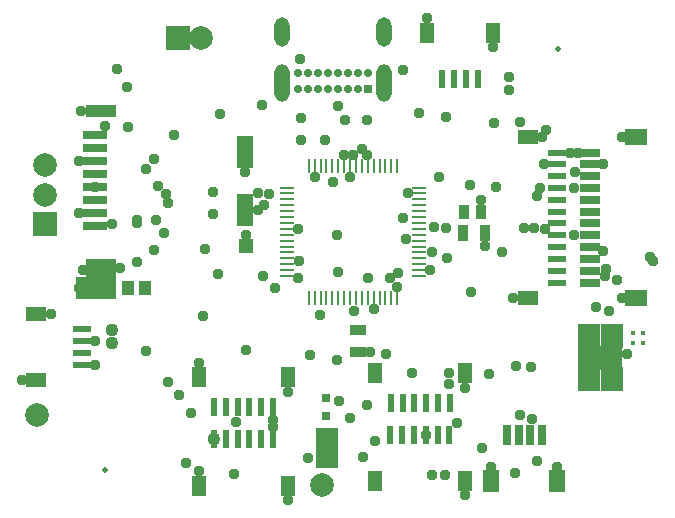
<source format=gts>
G04*
G04 #@! TF.GenerationSoftware,Altium Limited,Altium Designer,24.7.2 (38)*
G04*
G04 Layer_Color=8388736*
%FSLAX44Y44*%
%MOMM*%
G71*
G04*
G04 #@! TF.SameCoordinates,27BF797F-714E-4A77-BE02-AF934A81444A*
G04*
G04*
G04 #@! TF.FilePolarity,Negative*
G04*
G01*
G75*
%ADD21R,0.6000X1.5000*%
%ADD22R,1.2000X1.8000*%
G04:AMPARAMS|DCode=23|XSize=0.2125mm|YSize=1.1883mm|CornerRadius=0.1062mm|HoleSize=0mm|Usage=FLASHONLY|Rotation=90.000|XOffset=0mm|YOffset=0mm|HoleType=Round|Shape=RoundedRectangle|*
%AMROUNDEDRECTD23*
21,1,0.2125,0.9758,0,0,90.0*
21,1,0.0000,1.1883,0,0,90.0*
1,1,0.2125,0.4879,0.0000*
1,1,0.2125,0.4879,0.0000*
1,1,0.2125,-0.4879,0.0000*
1,1,0.2125,-0.4879,0.0000*
%
%ADD23ROUNDEDRECTD23*%
G04:AMPARAMS|DCode=24|XSize=1.1883mm|YSize=0.2125mm|CornerRadius=0.1062mm|HoleSize=0mm|Usage=FLASHONLY|Rotation=90.000|XOffset=0mm|YOffset=0mm|HoleType=Round|Shape=RoundedRectangle|*
%AMROUNDEDRECTD24*
21,1,1.1883,0.0000,0,0,90.0*
21,1,0.9758,0.2125,0,0,90.0*
1,1,0.2125,0.0000,0.4879*
1,1,0.2125,0.0000,-0.4879*
1,1,0.2125,0.0000,-0.4879*
1,1,0.2125,0.0000,0.4879*
%
%ADD24ROUNDEDRECTD24*%
%ADD25R,0.2125X1.1883*%
%ADD26R,0.6000X1.5500*%
%ADD27R,0.8000X0.8000*%
%ADD28R,0.9578X1.2621*%
%ADD30R,1.5500X0.6000*%
%ADD31R,0.4500X0.4500*%
%ADD32R,0.9500X1.4000*%
%ADD33R,2.0000X0.7000*%
%ADD34R,1.4000X0.9500*%
%ADD36R,1.8000X1.2000*%
%ADD37R,1.2000X1.2000*%
%ADD40R,2.6000X1.5000*%
%ADD41R,1.4000X2.7000*%
%ADD42R,2.6000X1.0000*%
%ADD43R,1.9580X1.6580*%
%ADD44R,1.5000X0.6000*%
%ADD45R,1.9080X2.0580*%
%ADD46R,1.1080X1.3080*%
%ADD47R,1.6580X1.9580*%
G04:AMPARAMS|DCode=48|XSize=1.3mm|YSize=3.2mm|CornerRadius=0.65mm|HoleSize=0mm|Usage=FLASHONLY|Rotation=180.000|XOffset=0mm|YOffset=0mm|HoleType=Round|Shape=RoundedRectangle|*
%AMROUNDEDRECTD48*
21,1,1.3000,1.9000,0,0,180.0*
21,1,0.0000,3.2000,0,0,180.0*
1,1,1.3000,0.0000,0.9500*
1,1,1.3000,0.0000,0.9500*
1,1,1.3000,0.0000,-0.9500*
1,1,1.3000,0.0000,-0.9500*
%
%ADD48ROUNDEDRECTD48*%
G04:AMPARAMS|DCode=49|XSize=1.3mm|YSize=2.5mm|CornerRadius=0.65mm|HoleSize=0mm|Usage=FLASHONLY|Rotation=180.000|XOffset=0mm|YOffset=0mm|HoleType=Round|Shape=RoundedRectangle|*
%AMROUNDEDRECTD49*
21,1,1.3000,1.2000,0,0,180.0*
21,1,0.0000,2.5000,0,0,180.0*
1,1,1.3000,0.0000,0.6000*
1,1,1.3000,0.0000,0.6000*
1,1,1.3000,0.0000,-0.6000*
1,1,1.3000,0.0000,-0.6000*
%
%ADD49ROUNDEDRECTD49*%
%ADD50R,1.6524X0.7524*%
%ADD51R,1.9524X1.3524*%
%ADD52R,0.7524X1.6524*%
%ADD53R,1.3524X1.9524*%
%ADD54C,0.5080*%
%ADD55C,0.7000*%
G04:AMPARAMS|DCode=56|XSize=0.7mm|YSize=1.6mm|CornerRadius=0.35mm|HoleSize=0mm|Usage=FLASHONLY|Rotation=180.000|XOffset=0mm|YOffset=0mm|HoleType=Round|Shape=RoundedRectangle|*
%AMROUNDEDRECTD56*
21,1,0.7000,0.9000,0,0,180.0*
21,1,0.0000,1.6000,0,0,180.0*
1,1,0.7000,0.0000,0.4500*
1,1,0.7000,0.0000,0.4500*
1,1,0.7000,0.0000,-0.4500*
1,1,0.7000,0.0000,-0.4500*
%
%ADD56ROUNDEDRECTD56*%
%ADD57R,0.7000X0.7000*%
%ADD58C,2.0080*%
%ADD59R,2.0080X2.0080*%
%ADD60R,2.0080X2.0080*%
%ADD61C,0.9580*%
%ADD62C,1.1080*%
D21*
X363015Y362950D02*
D03*
X373015D02*
D03*
X383015D02*
D03*
X393015D02*
D03*
X319045Y61442D02*
D03*
X169785Y57460D02*
D03*
X369045Y61442D02*
D03*
X219785Y57460D02*
D03*
X209785D02*
D03*
X199785D02*
D03*
X189785D02*
D03*
X179785D02*
D03*
X359045Y61442D02*
D03*
X349045D02*
D03*
X339045D02*
D03*
X329045D02*
D03*
D22*
X350015Y401950D02*
D03*
X406015D02*
D03*
X382417Y113331D02*
D03*
X382045Y22442D02*
D03*
X306417Y113331D02*
D03*
X306045Y22442D02*
D03*
X232785Y110024D02*
D03*
Y18460D02*
D03*
X156785Y110024D02*
D03*
Y18460D02*
D03*
D23*
X231519Y195766D02*
D03*
Y200766D02*
D03*
X231519Y205766D02*
D03*
X231519Y210765D02*
D03*
Y215766D02*
D03*
Y220766D02*
D03*
Y225765D02*
D03*
Y230765D02*
D03*
Y235766D02*
D03*
X231519Y240765D02*
D03*
X231519Y245766D02*
D03*
Y250766D02*
D03*
Y255766D02*
D03*
Y260765D02*
D03*
Y265766D02*
D03*
Y270766D02*
D03*
X343344D02*
D03*
Y265766D02*
D03*
Y260765D02*
D03*
Y255766D02*
D03*
Y250766D02*
D03*
Y245766D02*
D03*
X343343Y240765D02*
D03*
X343344Y235766D02*
D03*
Y230765D02*
D03*
Y225765D02*
D03*
Y220766D02*
D03*
Y215766D02*
D03*
Y210765D02*
D03*
X343343Y205766D02*
D03*
X343344Y200766D02*
D03*
Y195766D02*
D03*
D24*
X249931Y289178D02*
D03*
X254932D02*
D03*
X259931Y289177D02*
D03*
X264931Y289178D02*
D03*
X269931D02*
D03*
X274932D02*
D03*
X279931D02*
D03*
X284932D02*
D03*
X289932D02*
D03*
X294932Y289177D02*
D03*
X299931Y289178D02*
D03*
X304931D02*
D03*
X309932D02*
D03*
X314931D02*
D03*
X319931D02*
D03*
X324931D02*
D03*
Y177354D02*
D03*
X319931D02*
D03*
X314931D02*
D03*
X309932D02*
D03*
X304931D02*
D03*
X299931D02*
D03*
X294931D02*
D03*
X289932D02*
D03*
X284932D02*
D03*
X279931D02*
D03*
X274932D02*
D03*
X269931D02*
D03*
X264931D02*
D03*
X259931D02*
D03*
X254932D02*
D03*
D25*
X249931D02*
D03*
D26*
X319417Y88082D02*
D03*
X169785Y84774D02*
D03*
X369417Y88082D02*
D03*
X219785Y84774D02*
D03*
X209785D02*
D03*
X199785D02*
D03*
X189785D02*
D03*
X179785D02*
D03*
X359417Y88082D02*
D03*
X349417D02*
D03*
X339417D02*
D03*
X329417D02*
D03*
D27*
X264263Y92282D02*
D03*
Y77282D02*
D03*
D28*
X381631Y250396D02*
D03*
X396175D02*
D03*
D30*
X460562Y190364D02*
D03*
Y300364D02*
D03*
Y290364D02*
D03*
Y280364D02*
D03*
Y270364D02*
D03*
Y260364D02*
D03*
Y250364D02*
D03*
Y240364D02*
D03*
Y230364D02*
D03*
Y220364D02*
D03*
Y210364D02*
D03*
Y200364D02*
D03*
D31*
X524275Y138726D02*
D03*
Y147225D02*
D03*
X532775D02*
D03*
Y138726D02*
D03*
D32*
X380382Y231864D02*
D03*
X398881D02*
D03*
D33*
X68732Y270869D02*
D03*
Y292869D02*
D03*
Y314869D02*
D03*
Y303869D02*
D03*
Y281869D02*
D03*
Y259869D02*
D03*
Y248869D02*
D03*
Y237869D02*
D03*
D34*
X291845Y149754D02*
D03*
Y131254D02*
D03*
D36*
X435312Y313364D02*
D03*
Y177364D02*
D03*
X19213Y163926D02*
D03*
Y107927D02*
D03*
D37*
X196733Y221369D02*
D03*
D40*
X73733Y202369D02*
D03*
D41*
X195732Y300869D02*
D03*
Y251869D02*
D03*
D42*
X73733Y335869D02*
D03*
D43*
X265101Y41599D02*
D03*
Y59099D02*
D03*
D44*
X58214Y140926D02*
D03*
Y120926D02*
D03*
Y150927D02*
D03*
Y130926D02*
D03*
D45*
X487340Y144756D02*
D03*
X506340D02*
D03*
X487262Y126859D02*
D03*
X506263D02*
D03*
X487362Y108747D02*
D03*
X506362D02*
D03*
D46*
X111490Y185884D02*
D03*
X96990D02*
D03*
D47*
X61078Y185386D02*
D03*
X78578D02*
D03*
D48*
X227533Y359526D02*
D03*
X313933D02*
D03*
D49*
X227533Y402526D02*
D03*
X313933D02*
D03*
D50*
X488342Y190364D02*
D03*
Y300364D02*
D03*
Y290364D02*
D03*
Y280364D02*
D03*
Y270364D02*
D03*
Y260364D02*
D03*
Y250364D02*
D03*
Y240364D02*
D03*
Y230364D02*
D03*
Y220364D02*
D03*
Y210364D02*
D03*
Y200364D02*
D03*
D51*
X527342Y313364D02*
D03*
Y177364D02*
D03*
D52*
X447562Y61110D02*
D03*
X417562D02*
D03*
X427562D02*
D03*
X437562D02*
D03*
D53*
X460562Y22110D02*
D03*
X404562D02*
D03*
D54*
X77346Y31827D02*
D03*
X460681Y387677D02*
D03*
D55*
X283483Y354526D02*
D03*
X274983D02*
D03*
X266482D02*
D03*
X257983D02*
D03*
Y368026D02*
D03*
X266482D02*
D03*
X274983D02*
D03*
X283483D02*
D03*
X240982D02*
D03*
Y354526D02*
D03*
X300482Y368026D02*
D03*
X249483D02*
D03*
Y354526D02*
D03*
X291982D02*
D03*
Y368026D02*
D03*
D56*
X227533Y359526D02*
D03*
Y401026D02*
D03*
X313933Y359526D02*
D03*
Y401026D02*
D03*
D57*
X300482Y354526D02*
D03*
D58*
X260855Y19149D02*
D03*
X26328Y289773D02*
D03*
Y264773D02*
D03*
X19812Y77978D02*
D03*
X159080Y397710D02*
D03*
D59*
X26328Y239773D02*
D03*
D60*
X139080Y397710D02*
D03*
D61*
X413512Y216408D02*
D03*
X354464D02*
D03*
X432562Y236220D02*
D03*
X366482D02*
D03*
X440944Y236474D02*
D03*
X356362Y236982D02*
D03*
X249270Y41498D02*
D03*
X95770Y355600D02*
D03*
X160447Y162401D02*
D03*
X161791Y218755D02*
D03*
X57482Y335869D02*
D03*
X89983Y202369D02*
D03*
X196733Y230619D02*
D03*
X195732Y284119D02*
D03*
X55482Y292869D02*
D03*
X382417Y101081D02*
D03*
X314960Y129756D02*
D03*
X232785Y97774D02*
D03*
X156785Y122275D02*
D03*
X219785Y73774D02*
D03*
X382045Y10192D02*
D03*
X306324Y56139D02*
D03*
X425515Y119984D02*
D03*
X172845Y197864D02*
D03*
X196845Y133364D02*
D03*
X232785Y6210D02*
D03*
X156785Y30710D02*
D03*
X219785Y68211D02*
D03*
X460562Y34360D02*
D03*
X404562D02*
D03*
X515092Y313364D02*
D03*
Y177364D02*
D03*
X477592Y300364D02*
D03*
X499092Y290364D02*
D03*
X112395Y132260D02*
D03*
X140457Y94748D02*
D03*
X83332Y240030D02*
D03*
X120650Y243000D02*
D03*
X119286Y217587D02*
D03*
X429184Y326405D02*
D03*
X366440Y330444D02*
D03*
X451219Y319786D02*
D03*
X119201Y294825D02*
D03*
X207207Y251333D02*
D03*
X396175Y259957D02*
D03*
X168588Y248413D02*
D03*
X398881Y221613D02*
D03*
X343003Y333760D02*
D03*
X243228Y329370D02*
D03*
X302096Y131254D02*
D03*
X299276Y328299D02*
D03*
X541843Y208720D02*
D03*
X538725Y212339D02*
D03*
X442828Y39553D02*
D03*
X275253Y90147D02*
D03*
X186301Y28516D02*
D03*
X188401Y71862D02*
D03*
X447563Y313364D02*
D03*
X423062Y177364D02*
D03*
X471562Y300364D02*
D03*
X449562Y290364D02*
D03*
X31464Y163926D02*
D03*
X6963Y107927D02*
D03*
X68963Y140926D02*
D03*
Y120926D02*
D03*
X87642Y370873D02*
D03*
X58481Y201200D02*
D03*
X146307Y37937D02*
D03*
X77434Y322468D02*
D03*
X96949Y322419D02*
D03*
X408541Y271344D02*
D03*
X329728Y370128D02*
D03*
X242978Y379578D02*
D03*
X368747Y104076D02*
D03*
X295969Y42770D02*
D03*
X354695Y27348D02*
D03*
X402856Y113158D02*
D03*
X131021Y105779D02*
D03*
X111894Y286303D02*
D03*
X130380Y257302D02*
D03*
X334152Y265766D02*
D03*
X352536Y200766D02*
D03*
X254932Y279986D02*
D03*
X304931Y168162D02*
D03*
X406015Y389700D02*
D03*
X350015Y414201D02*
D03*
X241808Y208280D02*
D03*
X250952Y129032D02*
D03*
X241046Y194310D02*
D03*
X270256Y275082D02*
D03*
X221488Y185420D02*
D03*
X331978Y226822D02*
D03*
X211074Y195913D02*
D03*
X299212Y298450D02*
D03*
X318401Y194195D02*
D03*
X501396Y201676D02*
D03*
X474472Y270364D02*
D03*
X366721Y210765D02*
D03*
X500380Y196088D02*
D03*
X324612Y186944D02*
D03*
X498856Y216662D02*
D03*
X325374Y198628D02*
D03*
X446132Y270364D02*
D03*
X240792Y235766D02*
D03*
X443230Y263906D02*
D03*
X274066Y230765D02*
D03*
X449580Y235712D02*
D03*
X360426Y279908D02*
D03*
X407162Y325628D02*
D03*
X474472Y230364D02*
D03*
X273812Y124460D02*
D03*
X299212Y86868D02*
D03*
X287020Y298450D02*
D03*
X135473Y314869D02*
D03*
X127762Y232156D02*
D03*
X216154Y265430D02*
D03*
X55626Y248869D02*
D03*
X211836Y255766D02*
D03*
X210058Y340868D02*
D03*
X274320Y339852D02*
D03*
X387350Y182118D02*
D03*
X503936Y166624D02*
D03*
X492760Y169926D02*
D03*
X329438Y245110D02*
D03*
X474980Y283972D02*
D03*
X284932Y279654D02*
D03*
X299931Y193834D02*
D03*
X259588Y162814D02*
D03*
X294932Y303276D02*
D03*
X174565Y333061D02*
D03*
X288544Y166370D02*
D03*
X274932Y198882D02*
D03*
X129032Y265176D02*
D03*
X104394Y240538D02*
D03*
X104140D02*
D03*
X280776Y328299D02*
D03*
X279931Y298369D02*
D03*
X55482Y185386D02*
D03*
X68732Y270869D02*
D03*
X104394Y243431D02*
D03*
X207206Y265876D02*
D03*
X168588Y266913D02*
D03*
X243228Y310870D02*
D03*
X419623Y353505D02*
D03*
Y364632D02*
D03*
X375795Y71210D02*
D03*
X284814Y75603D02*
D03*
X150018Y80204D02*
D03*
X386433Y273191D02*
D03*
X381631Y250396D02*
D03*
X510835Y192403D02*
D03*
X519244Y129504D02*
D03*
X438215Y119146D02*
D03*
X380625Y231864D02*
D03*
X424328Y29302D02*
D03*
X263755Y310870D02*
D03*
X291845Y149754D02*
D03*
X337535Y114008D02*
D03*
X368734Y114146D02*
D03*
X365297Y27302D02*
D03*
X349045Y61442D02*
D03*
X121929Y271992D02*
D03*
X396946Y50489D02*
D03*
X429039Y78262D02*
D03*
X438960Y74859D02*
D03*
X104742Y208026D02*
D03*
D62*
X83334Y138936D02*
D03*
X83119Y149794D02*
D03*
X169785Y57460D02*
D03*
M02*

</source>
